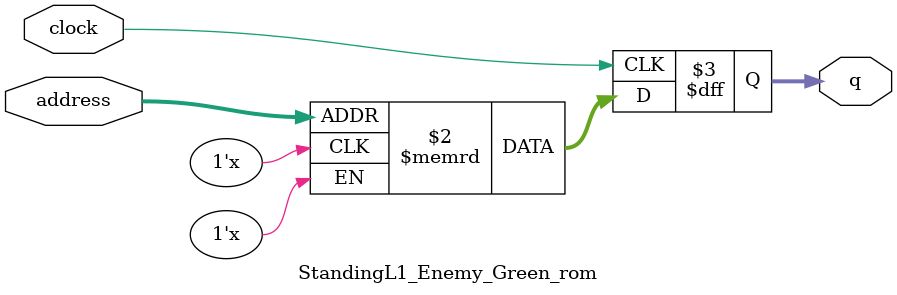
<source format=sv>
module StandingL1_Enemy_Green_rom (
	input logic clock,
	input logic [11:0] address,
	output logic [2:0] q
);

logic [2:0] memory [0:2639] /* synthesis ram_init_file = "./StandingL1_Enemy_Green/StandingL1_Enemy_Green.mif" */;

always_ff @ (posedge clock) begin
	q <= memory[address];
end

endmodule

</source>
